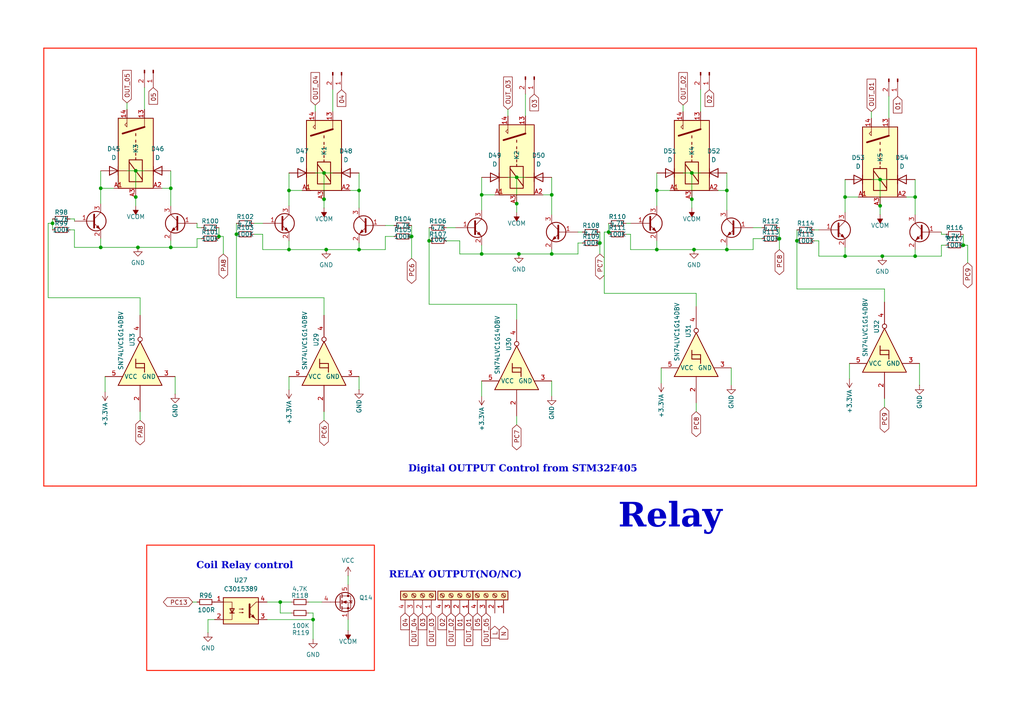
<source format=kicad_sch>
(kicad_sch (version 20231120) (generator "eeschema") (generator_version "8.0")
  (paper "A4")
  (lib_symbols
    (symbol "74xGxx:SN74LVC1G14DBV"
      (property "Reference" "U" (at 0 3.81 0))
      (property "Value" "SN74LVC1G14DBV" (at 0 -3.81 0))
      (symbol "SN74LVC1G14DBV_0_1"
        (polyline (pts (xy -7.62 6.35) (xy -7.62 -6.35) (xy 5.08 0) (xy -7.62 6.35)) (stroke (width 0.254)) (fill (type background)))
      )
      (symbol "SN74LVC1G14DBV_1_1"
        (polyline (pts (xy -3.81 -1.27) (xy -1.27 -1.27) (xy -1.27 1.27)) (stroke (width 0.254)))
        (polyline (pts (xy -2.54 -1.27) (xy -2.54 1.27) (xy 0 1.27)) (stroke (width 0.254)))
        (pin no_connect line (at -7.62 5.08 180) (length 5.08) hide (name "NC") (number "1"))
        (pin input line (at -15.24 0 0) (length 7.62) (name "~") (number "2"))
        (pin power_in line (at -5.08 -10.16 90) (length 5.08) (name "GND") (number "3"))
        (pin output inverted (at 12.7 0 180) (length 7.62) (name "~") (number "4"))
        (pin power_in line (at -5.08 10.16 270) (length 5.08) (name "VCC") (number "5"))
      )
    )
    (symbol "Connector:Conn_01x02_Pin" (pin_names (offset 1.016) hide)
      (property "Reference" "J" (at 0 2.54 0))
      (property "Value" "Conn_01x02_Pin" (at 0 -5.08 0))
      (symbol "Conn_01x02_Pin_1_1"
        (polyline (pts (xy 1.27 -2.54) (xy 0.8636 -2.54)) (stroke (width 0.1524)))
        (polyline (pts (xy 1.27 0) (xy 0.8636 0)) (stroke (width 0.1524)))
        (rectangle (start 0.8636 -2.413) (end 0 -2.667) (stroke (width 0.1524)) (fill (type outline)))
        (rectangle (start 0.8636 0.127) (end 0 -0.127) (stroke (width 0.1524)) (fill (type outline)))
        (pin passive line (at 5.08 0 180) (length 3.81) (name "Pin_1") (number "1"))
        (pin passive line (at 5.08 -2.54 180) (length 3.81) (name "Pin_2") (number "2"))
      )
    )
    (symbol "Connector:Screw_Terminal_01x04" (pin_names (offset 1.016) hide)
      (property "Reference" "J" (at 0 5.08 0))
      (property "Value" "Screw_Terminal_01x04" (at 0 -7.62 0))
      (symbol "Screw_Terminal_01x04_1_1"
        (rectangle (start -1.27 3.81) (end 1.27 -6.35) (stroke (width 0.254)) (fill (type background)))
        (circle (center 0 -5.08) (radius 0.635) (stroke (width 0.1524)))
        (circle (center 0 -2.54) (radius 0.635) (stroke (width 0.1524)))
        (polyline (pts (xy -0.5334 -4.7498) (xy 0.3302 -5.588)) (stroke (width 0.1524)))
        (polyline (pts (xy -0.5334 -2.2098) (xy 0.3302 -3.048)) (stroke (width 0.1524)))
        (polyline (pts (xy -0.5334 0.3302) (xy 0.3302 -0.508)) (stroke (width 0.1524)))
        (polyline (pts (xy -0.5334 2.8702) (xy 0.3302 2.032)) (stroke (width 0.1524)))
        (polyline (pts (xy -0.3556 -4.572) (xy 0.508 -5.4102)) (stroke (width 0.1524)))
        (polyline (pts (xy -0.3556 -2.032) (xy 0.508 -2.8702)) (stroke (width 0.1524)))
        (polyline (pts (xy -0.3556 0.508) (xy 0.508 -0.3302)) (stroke (width 0.1524)))
        (polyline (pts (xy -0.3556 3.048) (xy 0.508 2.2098)) (stroke (width 0.1524)))
        (circle (center 0 0) (radius 0.635) (stroke (width 0.1524)))
        (circle (center 0 2.54) (radius 0.635) (stroke (width 0.1524)))
        (pin passive line (at -5.08 2.54 0) (length 3.81) (name "Pin_1") (number "1"))
        (pin passive line (at -5.08 0 0) (length 3.81) (name "Pin_2") (number "2"))
        (pin passive line (at -5.08 -2.54 0) (length 3.81) (name "Pin_3") (number "3"))
        (pin passive line (at -5.08 -5.08 0) (length 3.81) (name "Pin_4") (number "4"))
      )
    )
    (symbol "Device:D" (pin_numbers hide) (pin_names (offset 1.016) hide)
      (property "Reference" "D" (at 0 2.54 0))
      (property "Value" "D" (at 0 -2.54 0))
      (symbol "D_0_1"
        (polyline (pts (xy -1.27 1.27) (xy -1.27 -1.27)) (stroke (width 0.254)))
        (polyline (pts (xy 1.27 0) (xy -1.27 0)))
        (polyline (pts (xy 1.27 1.27) (xy 1.27 -1.27) (xy -1.27 0) (xy 1.27 1.27)) (stroke (width 0.254)))
      )
      (symbol "D_1_1"
        (pin passive line (at -3.81 0 0) (length 2.54) (name "K") (number "1"))
        (pin passive line (at 3.81 0 180) (length 2.54) (name "A") (number "2"))
      )
    )
    (symbol "Device:Q_NPN_BEC" (pin_names (offset 0) hide)
      (property "Reference" "Q" (at 5.08 1.27 0))
      (property "Value" "Q_NPN_BEC" (at 5.08 -1.27 0))
      (symbol "Q_NPN_BEC_0_1"
        (polyline (pts (xy 0.635 0.635) (xy 2.54 2.54)))
        (polyline (pts (xy 0.635 -0.635) (xy 2.54 -2.54) (xy 2.54 -2.54)))
        (polyline (pts (xy 0.635 1.905) (xy 0.635 -1.905) (xy 0.635 -1.905)) (stroke (width 0.508)))
        (polyline (pts (xy 1.27 -1.778) (xy 1.778 -1.27) (xy 2.286 -2.286) (xy 1.27 -1.778) (xy 1.27 -1.778)) (fill (type outline)))
        (circle (center 1.27 0) (radius 2.8194) (stroke (width 0.254)))
      )
      (symbol "Q_NPN_BEC_1_1"
        (pin input line (at -5.08 0 0) (length 5.715) (name "B") (number "1"))
        (pin passive line (at 2.54 -5.08 90) (length 2.54) (name "E") (number "2"))
        (pin passive line (at 2.54 5.08 270) (length 2.54) (name "C") (number "3"))
      )
    )
    (symbol "Device:R_Small" (pin_numbers hide) (pin_names (offset 0.254) hide)
      (property "Reference" "R" (at 0.762 0.508 0))
      (property "Value" "R_Small" (at 0.762 -1.016 0))
      (symbol "R_Small_0_1"
        (rectangle (start -0.762 1.778) (end 0.762 -1.778) (stroke (width 0.2032)))
      )
      (symbol "R_Small_1_1"
        (pin passive line (at 0 2.54 270) (length 0.762) (name "~") (number "1"))
        (pin passive line (at 0 -2.54 90) (length 0.762) (name "~") (number "2"))
      )
    )
    (symbol "Isolator:LTV-357T" (pin_names (offset 1.016))
      (property "Reference" "U" (at -5.334 4.826 0))
      (property "Value" "LTV-357T" (at 0 5.08 0))
      (symbol "LTV-357T_0_1"
        (rectangle (start -5.08 3.81) (end 5.08 -3.81) (stroke (width 0.254)) (fill (type background)))
        (polyline (pts (xy -3.175 -0.635) (xy -1.905 -0.635)) (stroke (width 0.254)))
        (polyline (pts (xy 2.54 0.635) (xy 4.445 2.54)))
        (polyline (pts (xy 4.445 -2.54) (xy 2.54 -0.635)) (fill (type outline)))
        (polyline (pts (xy 4.445 -2.54) (xy 5.08 -2.54)))
        (polyline (pts (xy 4.445 2.54) (xy 5.08 2.54)))
        (polyline (pts (xy -5.08 2.54) (xy -2.54 2.54) (xy -2.54 -0.762)))
        (polyline (pts (xy -2.54 -0.635) (xy -2.54 -2.54) (xy -5.08 -2.54)))
        (polyline (pts (xy 2.54 1.905) (xy 2.54 -1.905) (xy 2.54 -1.905)) (stroke (width 0.508)))
        (polyline (pts (xy -2.54 -0.635) (xy -3.175 0.635) (xy -1.905 0.635) (xy -2.54 -0.635)) (stroke (width 0.254)))
        (polyline (pts (xy -0.508 -0.508) (xy 0.762 -0.508) (xy 0.381 -0.635) (xy 0.381 -0.381) (xy 0.762 -0.508)))
        (polyline (pts (xy -0.508 0.508) (xy 0.762 0.508) (xy 0.381 0.381) (xy 0.381 0.635) (xy 0.762 0.508)))
        (polyline (pts (xy 3.048 -1.651) (xy 3.556 -1.143) (xy 4.064 -2.159) (xy 3.048 -1.651) (xy 3.048 -1.651)) (fill (type outline)))
      )
      (symbol "LTV-357T_1_1"
        (pin passive line (at -7.62 2.54 0) (length 2.54) (name "~") (number "1"))
        (pin passive line (at -7.62 -2.54 0) (length 2.54) (name "~") (number "2"))
        (pin passive line (at 7.62 -2.54 180) (length 2.54) (name "~") (number "3"))
        (pin passive line (at 7.62 2.54 180) (length 2.54) (name "~") (number "4"))
      )
    )
    (symbol "Relay_SPST-NO_1"
      (property "Reference" "K3" (at 10.922 21.3361 0))
      (symbol "Relay_SPST-NO_1_0_0"
        (polyline (pts (xy 10.16 2.54) (xy 7.62 2.54) (xy 8.255 3.175) (xy 8.89 2.54)))
      )
      (symbol "Relay_SPST-NO_1_0_1"
        (rectangle (start -10.16 5.08) (end 10.16 -5.08) (stroke (width 0.254)) (fill (type background)))
        (rectangle (start -8.255 1.905) (end -1.905 -1.905) (stroke (width 0.254)))
        (polyline (pts (xy -7.62 -1.905) (xy -2.54 1.905)) (stroke (width 0.254)))
        (polyline (pts (xy -5.08 -5.08) (xy -5.08 -1.905)))
        (polyline (pts (xy -5.08 5.08) (xy -5.08 1.905)))
        (polyline (pts (xy -1.905 0) (xy -1.27 0)) (stroke (width 0.254)))
        (polyline (pts (xy -0.635 0) (xy 0 0)) (stroke (width 0.254)))
        (polyline (pts (xy 0.635 0) (xy 1.27 0)) (stroke (width 0.254)))
        (polyline (pts (xy 1.905 0) (xy 2.54 0)) (stroke (width 0.254)))
        (polyline (pts (xy 3.175 0) (xy 3.81 0)) (stroke (width 0.254)))
        (polyline (pts (xy 5.08 0) (xy 5.715 0)) (stroke (width 0.254)))
        (polyline (pts (xy 7.62 -2.54) (xy 5.715 3.81)) (stroke (width 0.508)))
        (polyline (pts (xy 7.62 -2.54) (xy 10.16 -2.54)))
      )
      (symbol "Relay_SPST-NO_1_1_1"
        (pin passive line (at 12.7 -2.54 180) (length 2.54) (name "~") (number "13"))
        (pin passive line (at 12.7 2.54 180) (length 2.54) (name "~") (number "14"))
        (pin passive line (at -10.16 6.35 270) (length 2.54) (name "~") (number "A1"))
        (pin passive line (at -10.16 -7.62 90) (length 2.54) (name "~") (number "A2"))
        (pin passive line (at -12.7 0 0) (length 2.54) (name "~") (number "A3"))
      )
    )
    (symbol "Transistor_FET:BSC026N08NS5" (pin_names hide)
      (property "Reference" "Q" (at 5.08 1.905 0))
      (property "Value" "BSC026N08NS5" (at 5.08 0 0))
      (symbol "BSC026N08NS5_0_1"
        (polyline (pts (xy 0.254 0) (xy -2.54 0)))
        (polyline (pts (xy 0.254 1.905) (xy 0.254 -1.905)) (stroke (width 0.254)))
        (polyline (pts (xy 0.762 -1.27) (xy 0.762 -2.286)) (stroke (width 0.254)))
        (polyline (pts (xy 0.762 0.508) (xy 0.762 -0.508)) (stroke (width 0.254)))
        (polyline (pts (xy 0.762 2.286) (xy 0.762 1.27)) (stroke (width 0.254)))
        (polyline (pts (xy 2.54 2.54) (xy 2.54 1.778)))
        (polyline (pts (xy 2.54 -2.54) (xy 2.54 0) (xy 0.762 0)))
        (polyline (pts (xy 0.762 -1.778) (xy 3.302 -1.778) (xy 3.302 1.778) (xy 0.762 1.778)))
        (polyline (pts (xy 1.016 0) (xy 2.032 0.381) (xy 2.032 -0.381) (xy 1.016 0)) (fill (type outline)))
        (polyline (pts (xy 2.794 0.508) (xy 2.921 0.381) (xy 3.683 0.381) (xy 3.81 0.254)))
        (polyline (pts (xy 3.302 0.381) (xy 2.921 -0.254) (xy 3.683 -0.254) (xy 3.302 0.381)))
        (circle (center 1.651 0) (radius 2.794) (stroke (width 0.254)))
        (circle (center 2.54 -1.778) (radius 0.254) (fill (type outline)))
        (circle (center 2.54 1.778) (radius 0.254) (fill (type outline)))
      )
      (symbol "BSC026N08NS5_1_1"
        (pin passive line (at 2.54 -5.08 90) (length 2.54) (name "S") (number "1"))
        (pin passive line (at 2.54 -5.08 90) (length 2.54) hide (name "S") (number "2"))
        (pin passive line (at 2.54 -5.08 90) (length 2.54) hide (name "S") (number "3"))
        (pin passive line (at -5.08 0 0) (length 2.54) (name "G") (number "4"))
        (pin passive line (at 2.54 5.08 270) (length 2.54) (name "D") (number "5"))
      )
    )
    (symbol "power:+3.3VA" (power) (pin_names (offset 0))
      (property "Value" "+3.3VA" (at 0 3.556 0))
      (symbol "+3.3VA_0_1"
        (polyline (pts (xy -0.762 1.27) (xy 0 2.54)))
        (polyline (pts (xy 0 0) (xy 0 2.54)))
        (polyline (pts (xy 0 2.54) (xy 0.762 1.27)))
      )
      (symbol "+3.3VA_1_1"
        (pin power_in line (at 0 0 90) (length 0) hide (name "+3.3VA") (number "1"))
      )
    )
    (symbol "power:GND" (power) (pin_numbers hide) (pin_names (offset 0) hide)
      (property "Value" "GND" (at 0 -3.81 0))
      (symbol "GND_0_1"
        (polyline (pts (xy 0 0) (xy 0 -1.27) (xy 1.27 -1.27) (xy 0 -2.54) (xy -1.27 -1.27) (xy 0 -1.27)))
      )
      (symbol "GND_1_1"
        (pin power_in line (at 0 0 270) (length 0) (name "~") (number "1"))
      )
    )
    (symbol "power:VCC" (power) (pin_numbers hide) (pin_names (offset 0) hide)
      (property "Value" "VCC" (at 0 3.556 0))
      (symbol "VCC_0_1"
        (polyline (pts (xy -0.762 1.27) (xy 0 2.54)))
        (polyline (pts (xy 0 0) (xy 0 2.54)))
        (polyline (pts (xy 0 2.54) (xy 0.762 1.27)))
      )
      (symbol "VCC_1_1"
        (pin power_in line (at 0 0 90) (length 0) (name "~") (number "1"))
      )
    )
    (symbol "power:VCOM" (power) (pin_numbers hide) (pin_names (offset 0) hide)
      (property "Value" "VCOM" (at 0 3.556 0))
      (symbol "VCOM_0_1"
        (polyline (pts (xy 0 0) (xy 0 2.54)))
        (polyline (pts (xy 0.762 1.27) (xy -0.762 1.27) (xy 0 2.54) (xy 0.762 1.27)) (fill (type outline)))
      )
      (symbol "VCOM_1_1"
        (pin power_in line (at 0 0 90) (length 0) (name "~") (number "1"))
      )
    )
  )
  (junction (at 68.58 67.945))
  (junction (at 40.005 71.755))
  (junction (at 255.905 74.295))
  (junction (at 255.27 52.07))
  (junction (at 49.53 54.61))
  (junction (at 255.27 59.69))
  (junction (at 265.43 74.295))
  (junction (at 190.5 72.39))
  (junction (at 210.82 55.245))
  (junction (at 176.53 67.31))
  (junction (at 201.295 72.39))
  (junction (at 39.37 49.53))
  (junction (at 149.86 59.055))
  (junction (at 231.14 69.85))
  (junction (at 29.21 71.755))
  (junction (at 265.43 57.15))
  (junction (at 83.82 55.245))
  (junction (at 226.06 69.215))
  (junction (at 15.24 64.77))
  (junction (at 200.66 50.165))
  (junction (at 139.7 56.515))
  (junction (at 160.02 56.515))
  (junction (at 39.37 57.15))
  (junction (at 104.14 55.245))
  (junction (at 245.11 74.295))
  (junction (at 210.82 72.39))
  (junction (at 81.28 174.625))
  (junction (at 200.66 57.785))
  (junction (at 279.4 71.12))
  (junction (at 150.495 73.66))
  (junction (at 190.5 55.245))
  (junction (at 83.82 72.39))
  (junction (at 149.86 51.435))
  (junction (at 93.98 50.165))
  (junction (at 104.14 72.39))
  (junction (at 29.21 54.61))
  (junction (at 63.5 68.58))
  (junction (at 119.38 68.58))
  (junction (at 49.53 71.755))
  (junction (at 160.02 73.66))
  (junction (at 173.99 70.485))
  (junction (at 93.98 57.785))
  (junction (at 245.11 57.15))
  (junction (at 90.805 179.705))
  (junction (at 139.7 73.66))
  (junction (at 124.46 69.85))
  (junction (at 94.615 72.39))
  (wire (pts (xy 168.91 70.485) (xy 167.64 70.485)))
  (wire (pts (xy 29.21 54.61) (xy 29.21 59.055)))
  (wire (pts (xy 150.495 73.66) (xy 160.02 73.66)))
  (wire (pts (xy 279.4 67.945) (xy 279.4 71.12)))
  (wire (pts (xy 231.14 69.85) (xy 231.14 83.82)))
  (wire (pts (xy 29.21 49.53) (xy 29.21 54.61)))
  (wire (pts (xy 231.14 66.675) (xy 231.14 69.85)))
  (wire (pts (xy 77.47 179.705) (xy 90.805 179.705)))
  (wire (pts (xy 83.82 109.22) (xy 83.82 113.03)))
  (wire (pts (xy 218.44 69.215) (xy 218.44 72.39)))
  (wire (pts (xy 40.005 71.755) (xy 49.53 71.755)))
  (wire (pts (xy 200.66 50.165) (xy 200.66 57.785)))
  (wire (pts (xy 93.98 57.785) (xy 93.98 60.325)))
  (wire (pts (xy 190.5 69.85) (xy 190.5 72.39)))
  (wire (pts (xy 57.15 66.04) (xy 57.15 64.77)))
  (wire (pts (xy 100.965 167.005) (xy 100.965 169.545)))
  (wire (pts (xy 175.26 67.31) (xy 176.53 67.31)))
  (wire (pts (xy 226.06 69.215) (xy 226.06 72.39)))
  (wire (pts (xy 40.64 86.36) (xy 13.97 86.36)))
  (wire (pts (xy 256.54 83.82) (xy 256.54 87.63)))
  (wire (pts (xy 13.97 64.77) (xy 13.97 86.36)))
  (wire (pts (xy 231.14 83.82) (xy 256.54 83.82)))
  (wire (pts (xy 245.11 71.755) (xy 245.11 74.295)))
  (wire (pts (xy 182.88 67.945) (xy 182.88 72.39)))
  (polyline (pts (xy 283.21 140.97) (xy 283.21 13.97)) (stroke (width 0.3) (type solid) (color 255 34 15 1)))
  (wire (pts (xy 190.5 72.39) (xy 201.295 72.39)))
  (wire (pts (xy 29.21 54.61) (xy 33.02 54.61)))
  (wire (pts (xy 255.27 52.07) (xy 255.27 59.69)))
  (wire (pts (xy 203.2 26.035) (xy 203.2 32.385)))
  (wire (pts (xy 21.59 66.675) (xy 21.59 71.755)))
  (wire (pts (xy 83.82 55.245) (xy 83.82 59.69)))
  (wire (pts (xy 89.535 174.625) (xy 93.345 174.625)))
  (wire (pts (xy 200.66 50.165) (xy 203.2 50.165)))
  (wire (pts (xy 93.98 121.92) (xy 93.98 119.38)))
  (wire (pts (xy 198.12 50.165) (xy 200.66 50.165)))
  (wire (pts (xy 175.26 85.09) (xy 175.26 67.31)))
  (wire (pts (xy 173.99 70.485) (xy 173.99 73.66)))
  (wire (pts (xy 76.2 72.39) (xy 83.82 72.39)))
  (wire (pts (xy 210.82 72.39) (xy 210.82 71.12)))
  (wire (pts (xy 273.05 67.945) (xy 273.05 67.31)))
  (wire (pts (xy 57.15 66.04) (xy 58.42 66.04)))
  (wire (pts (xy 157.48 56.515) (xy 160.02 56.515)))
  (wire (pts (xy 39.37 49.53) (xy 41.91 49.53)))
  (wire (pts (xy 83.82 72.39) (xy 94.615 72.39)))
  (wire (pts (xy 83.82 69.85) (xy 83.82 72.39)))
  (wire (pts (xy 149.86 51.435) (xy 152.4 51.435)))
  (wire (pts (xy 20.32 63.5) (xy 21.59 63.5)))
  (wire (pts (xy 64.77 68.58) (xy 63.5 68.58)))
  (wire (pts (xy 49.53 49.53) (xy 49.53 54.61)))
  (wire (pts (xy 265.43 57.15) (xy 265.43 62.23)))
  (wire (pts (xy 173.99 67.31) (xy 173.99 70.485)))
  (wire (pts (xy 111.76 72.39) (xy 104.14 72.39)))
  (wire (pts (xy 245.11 74.295) (xy 255.905 74.295)))
  (wire (pts (xy 41.91 25.4) (xy 41.91 31.75)))
  (wire (pts (xy 58.42 69.215) (xy 57.15 69.215)))
  (wire (pts (xy 139.7 73.66) (xy 150.495 73.66)))
  (wire (pts (xy 280.67 71.12) (xy 279.4 71.12)))
  (wire (pts (xy 139.7 110.49) (xy 139.7 114.935)))
  (wire (pts (xy 13.97 64.77) (xy 15.24 64.77)))
  (wire (pts (xy 91.44 30.48) (xy 91.44 32.385)))
  (wire (pts (xy 30.48 109.22) (xy 30.48 113.665)))
  (wire (pts (xy 280.67 76.2) (xy 280.67 71.12)))
  (wire (pts (xy 68.58 67.945) (xy 68.58 86.36)))
  (wire (pts (xy 91.44 50.165) (xy 93.98 50.165)))
  (wire (pts (xy 111.76 68.58) (xy 111.76 72.39)))
  (wire (pts (xy 226.06 66.04) (xy 226.06 69.215)))
  (wire (pts (xy 36.83 49.53) (xy 39.37 49.53)))
  (wire (pts (xy 200.66 57.785) (xy 200.66 60.325)))
  (wire (pts (xy 90.805 179.705) (xy 90.805 185.42)))
  (wire (pts (xy 256.54 115.57) (xy 256.54 118.11)))
  (wire (pts (xy 133.35 69.85) (xy 129.54 69.85)))
  (wire (pts (xy 36.83 29.845) (xy 36.83 31.75)))
  (wire (pts (xy 93.98 91.44) (xy 93.98 86.36)))
  (polyline (pts (xy 12.7 13.97) (xy 283.21 13.97)) (stroke (width 0.3) (type solid) (color 255 34 15 1)))
  (wire (pts (xy 255.27 59.69) (xy 255.27 62.23)))
  (wire (pts (xy 181.61 67.945) (xy 182.88 67.945)))
  (wire (pts (xy 190.5 55.245) (xy 194.31 55.245)))
  (wire (pts (xy 104.14 55.245) (xy 104.14 60.325)))
  (wire (pts (xy 73.66 67.945) (xy 76.2 67.945)))
  (wire (pts (xy 160.02 110.49) (xy 160.02 114.935)))
  (wire (pts (xy 81.28 174.625) (xy 81.28 177.8)))
  (wire (pts (xy 273.05 71.12) (xy 273.05 74.295)))
  (wire (pts (xy 15.24 64.77) (xy 15.24 66.675)))
  (wire (pts (xy 50.8 109.22) (xy 50.8 114.3)))
  (wire (pts (xy 201.93 116.84) (xy 201.93 119.38)))
  (wire (pts (xy 139.7 56.515) (xy 143.51 56.515)))
  (wire (pts (xy 93.98 86.36) (xy 68.58 86.36)))
  (wire (pts (xy 218.44 66.04) (xy 220.98 66.04)))
  (wire (pts (xy 93.98 50.165) (xy 96.52 50.165)))
  (wire (pts (xy 176.53 64.77) (xy 176.53 67.31)))
  (wire (pts (xy 64.77 73.66) (xy 64.77 68.58)))
  (wire (pts (xy 149.86 59.055) (xy 149.86 61.595)))
  (wire (pts (xy 167.64 73.66) (xy 160.02 73.66)))
  (wire (pts (xy 149.86 120.65) (xy 149.86 123.19)))
  (wire (pts (xy 201.93 85.09) (xy 175.26 85.09)))
  (wire (pts (xy 252.73 52.07) (xy 255.27 52.07)))
  (wire (pts (xy 124.46 66.04) (xy 124.46 69.85)))
  (wire (pts (xy 245.11 57.15) (xy 245.11 61.595)))
  (wire (pts (xy 29.21 71.755) (xy 40.005 71.755)))
  (wire (pts (xy 210.82 55.245) (xy 210.82 60.96)))
  (wire (pts (xy 237.49 69.85) (xy 237.49 74.295)))
  (wire (pts (xy 149.86 92.71) (xy 149.86 88.265)))
  (wire (pts (xy 40.64 119.38) (xy 40.64 121.92)))
  (wire (pts (xy 139.7 51.435) (xy 139.7 56.515)))
  (wire (pts (xy 246.38 105.41) (xy 246.38 109.855)))
  (wire (pts (xy 57.15 69.215) (xy 57.15 71.755)))
  (wire (pts (xy 94.615 72.39) (xy 104.14 72.39)))
  (wire (pts (xy 257.81 27.94) (xy 257.81 34.29)))
  (wire (pts (xy 73.66 64.77) (xy 76.2 64.77)))
  (wire (pts (xy 190.5 55.245) (xy 190.5 59.69)))
  (wire (pts (xy 252.73 32.385) (xy 252.73 34.29)))
  (wire (pts (xy 15.24 63.5) (xy 15.24 64.77)))
  (wire (pts (xy 111.76 65.405) (xy 114.3 65.405)))
  (wire (pts (xy 76.2 67.945) (xy 76.2 72.39)))
  (wire (pts (xy 201.93 88.9) (xy 201.93 85.09)))
  (wire (pts (xy 39.37 57.15) (xy 39.37 59.69)))
  (wire (pts (xy 63.5 66.04) (xy 63.5 68.58)))
  (wire (pts (xy 60.325 179.705) (xy 60.325 183.515)))
  (wire (pts (xy 93.98 50.165) (xy 93.98 57.785)))
  (wire (pts (xy 273.05 74.295) (xy 265.43 74.295)))
  (wire (pts (xy 245.11 52.07) (xy 245.11 57.15)))
  (wire (pts (xy 149.86 88.265) (xy 124.46 88.265)))
  (wire (pts (xy 96.52 26.035) (xy 96.52 32.385)))
  (wire (pts (xy 160.02 51.435) (xy 160.02 56.515)))
  (wire (pts (xy 265.43 52.07) (xy 265.43 57.15)))
  (wire (pts (xy 266.7 105.41) (xy 266.7 111.76)))
  (wire (pts (xy 83.82 50.165) (xy 83.82 55.245)))
  (wire (pts (xy 182.88 72.39) (xy 190.5 72.39)))
  (wire (pts (xy 176.53 67.31) (xy 176.53 67.945)))
  (wire (pts (xy 255.27 52.07) (xy 257.81 52.07)))
  (wire (pts (xy 49.53 54.61) (xy 49.53 59.69)))
  (wire (pts (xy 208.28 55.245) (xy 210.82 55.245)))
  (wire (pts (xy 39.37 49.53) (xy 39.37 57.15)))
  (wire (pts (xy 265.43 74.295) (xy 265.43 72.39)))
  (wire (pts (xy 190.5 50.165) (xy 190.5 55.245)))
  (wire (pts (xy 57.15 71.755) (xy 49.53 71.755)))
  (polyline (pts (xy 69.85 140.97) (xy 15.24 140.97)) (stroke (width 0.3) (type solid) (color 255 34 15 1)))
  (wire (pts (xy 100.965 179.705) (xy 100.965 182.88)))
  (wire (pts (xy 167.64 70.485) (xy 167.64 73.66)))
  (polyline (pts (xy 12.7 13.97) (xy 12.7 140.97)) (stroke (width 0.3) (type solid) (color 255 34 15 1)))
  (wire (pts (xy 40.64 91.44) (xy 40.64 86.36)))
  (wire (pts (xy 133.35 73.66) (xy 139.7 73.66)))
  (wire (pts (xy 201.295 72.39) (xy 210.82 72.39)))
  (wire (pts (xy 147.32 31.75) (xy 147.32 33.655)))
  (wire (pts (xy 129.54 66.04) (xy 132.08 66.04)))
  (wire (pts (xy 273.05 67.945) (xy 274.32 67.945)))
  (wire (pts (xy 55.88 174.625) (xy 57.15 174.625)))
  (wire (pts (xy 114.3 68.58) (xy 111.76 68.58)))
  (wire (pts (xy 104.14 50.165) (xy 104.14 55.245)))
  (wire (pts (xy 237.49 74.295) (xy 245.11 74.295)))
  (wire (pts (xy 147.32 51.435) (xy 149.86 51.435)))
  (polyline (pts (xy 12.7 140.97) (xy 15.24 140.97)) (stroke (width 0.3) (type solid) (color 255 34 15 1)))
  (wire (pts (xy 262.89 57.15) (xy 265.43 57.15)))
  (wire (pts (xy 220.98 69.215) (xy 218.44 69.215)))
  (wire (pts (xy 218.44 72.39) (xy 210.82 72.39)))
  (wire (pts (xy 133.35 69.85) (xy 133.35 73.66)))
  (wire (pts (xy 63.5 68.58) (xy 63.5 69.215)))
  (wire (pts (xy 62.23 179.705) (xy 60.325 179.705)))
  (wire (pts (xy 46.99 54.61) (xy 49.53 54.61)))
  (wire (pts (xy 255.905 74.295) (xy 265.43 74.295)))
  (wire (pts (xy 212.09 106.68) (xy 212.09 111.76)))
  (wire (pts (xy 49.53 71.755) (xy 49.53 69.85)))
  (wire (pts (xy 236.22 66.675) (xy 237.49 66.675)))
  (wire (pts (xy 236.22 69.85) (xy 237.49 69.85)))
  (wire (pts (xy 191.77 106.68) (xy 191.77 111.125)))
  (wire (pts (xy 101.6 55.245) (xy 104.14 55.245)))
  (wire (pts (xy 160.02 56.515) (xy 160.02 62.23)))
  (wire (pts (xy 89.535 177.8) (xy 90.805 177.8)))
  (wire (pts (xy 83.82 55.245) (xy 87.63 55.245)))
  (wire (pts (xy 139.7 71.12) (xy 139.7 73.66)))
  (wire (pts (xy 119.38 68.58) (xy 119.38 74.93)))
  (wire (pts (xy 274.32 71.12) (xy 273.05 71.12)))
  (wire (pts (xy 77.47 174.625) (xy 81.28 174.625)))
  (wire (pts (xy 29.21 69.215) (xy 29.21 71.755)))
  (wire (pts (xy 104.14 72.39) (xy 104.14 70.485)))
  (wire (pts (xy 167.64 67.31) (xy 168.91 67.31)))
  (wire (pts (xy 149.86 51.435) (xy 149.86 59.055)))
  (wire (pts (xy 21.59 71.755) (xy 29.21 71.755)))
  (wire (pts (xy 84.455 174.625) (xy 81.28 174.625)))
  (wire (pts (xy 210.82 50.165) (xy 210.82 55.245)))
  (wire (pts (xy 68.58 64.77) (xy 68.58 67.945)))
  (wire (pts (xy 152.4 27.305) (xy 152.4 33.655)))
  (wire (pts (xy 245.11 57.15) (xy 248.92 57.15)))
  (wire (pts (xy 198.12 30.48) (xy 198.12 32.385)))
  (wire (pts (xy 119.38 65.405) (xy 119.38 68.58)))
  (wire (pts (xy 21.59 63.5) (xy 21.59 64.135)))
  (wire (pts (xy 124.46 69.85) (xy 124.46 88.265)))
  (wire (pts (xy 84.455 177.8) (xy 81.28 177.8)))
  (wire (pts (xy 20.32 66.675) (xy 21.59 66.675)))
  (wire (pts (xy 181.61 64.77) (xy 182.88 64.77)))
  (wire (pts (xy 90.805 177.8) (xy 90.805 179.705)))
  (wire (pts (xy 160.02 73.66) (xy 160.02 72.39)))
  (wire (pts (xy 139.7 56.515) (xy 139.7 60.96)))
  (polyline (pts (xy 69.85 140.97) (xy 283.21 140.97)) (stroke (width 0.3) (type solid) (color 255 34 15 1)))
  (wire (pts (xy 104.14 109.22) (xy 104.14 113.03)))
  (rectangle (start 42.545 158.115) (end 108.585 194.4624) (stroke (width 0.3) (color 255 34 15 1)))
  (text "Relay" (at 179.324 155.956 0) (effects (font (size 7 7) (thickness 0.3) (bold yes)) (justify left bottom)))
  (text "RELAY OUTPUT(NO/NC)" (at 132.08 167.386 0) (effects (font (size 2 2) (thickness 0.254) (bold yes))))
  (text "Digital OUTPUT Control from STM32F405" (at 151.638 136.652 0) (effects (font (size 2 2) (thickness 0.254) (bold yes))))
  (text "Coil Relay control" (at 70.993 164.719 0) (effects (font (size 2 2) (thickness 0.254) (bold yes))))
  (global_label "OUT_04" (shape input) (at 91.44 30.48 90) (property "Intersheetrefs" "${INTERSHEET_REFS}" (effects (hide yes))))
  (global_label "OUT_05" (shape input) (at 140.97 177.8 270) (property "Intersheetrefs" "${INTERSHEET_REFS}" (effects (hide yes))))
  (global_label "PC6" (shape bidirectional) (at 119.38 74.93 270) (property "Intersheetrefs" "${INTERSHEET_REFS}" (effects (hide yes))))
  (global_label "PC6" (shape bidirectional) (at 93.98 121.92 270) (property "Intersheetrefs" "${INTERSHEET_REFS}" (effects (hide yes))))
  (global_label "L" (shape input) (at 143.51 181.61 270) (property "Intersheetrefs" "${INTERSHEET_REFS}" (effects (hide yes))))
  (global_label "01" (shape input) (at 133.35 177.8 270) (property "Intersheetrefs" "${INTERSHEET_REFS}" (effects (hide yes))))
  (global_label "OUT_02" (shape input) (at 130.81 177.8 270) (property "Intersheetrefs" "${INTERSHEET_REFS}" (effects (hide yes))))
  (global_label "05" (shape input) (at 44.45 25.4 270) (property "Intersheetrefs" "${INTERSHEET_REFS}" (effects (hide yes))))
  (global_label "03" (shape input) (at 122.555 177.8 270) (property "Intersheetrefs" "${INTERSHEET_REFS}" (effects (hide yes))))
  (global_label "03" (shape input) (at 154.94 27.305 270) (property "Intersheetrefs" "${INTERSHEET_REFS}" (effects (hide yes))))
  (global_label "N" (shape input) (at 146.05 181.61 270) (property "Intersheetrefs" "${INTERSHEET_REFS}" (effects (hide yes))))
  (global_label "PC8" (shape bidirectional) (at 226.06 72.39 270) (property "Intersheetrefs" "${INTERSHEET_REFS}" (effects (hide yes))))
  (global_label "PC8" (shape bidirectional) (at 201.93 119.38 270) (property "Intersheetrefs" "${INTERSHEET_REFS}" (effects (hide yes))))
  (global_label "01" (shape input) (at 260.35 27.94 270) (property "Intersheetrefs" "${INTERSHEET_REFS}" (effects (hide yes))))
  (global_label "OUT_02" (shape input) (at 198.12 30.48 90) (property "Intersheetrefs" "${INTERSHEET_REFS}" (effects (hide yes))))
  (global_label "OUT_04" (shape input) (at 120.015 177.8 270) (property "Intersheetrefs" "${INTERSHEET_REFS}" (effects (hide yes))))
  (global_label "OUT_03" (shape input) (at 147.32 31.75 90) (property "Intersheetrefs" "${INTERSHEET_REFS}" (effects (hide yes))))
  (global_label "04" (shape input) (at 117.475 177.8 270) (property "Intersheetrefs" "${INTERSHEET_REFS}" (effects (hide yes))))
  (global_label "OUT_01" (shape input) (at 252.73 32.385 90) (property "Intersheetrefs" "${INTERSHEET_REFS}" (effects (hide yes))))
  (global_label "PA8" (shape bidirectional) (at 64.77 73.66 270) (property "Intersheetrefs" "${INTERSHEET_REFS}" (effects (hide yes))))
  (global_label "PC9" (shape bidirectional) (at 280.67 76.2 270) (property "Intersheetrefs" "${INTERSHEET_REFS}" (effects (hide yes))))
  (global_label "02" (shape input) (at 128.27 177.8 270) (property "Intersheetrefs" "${INTERSHEET_REFS}" (effects (hide yes))))
  (global_label "OUT_05" (shape input) (at 36.83 29.845 90) (property "Intersheetrefs" "${INTERSHEET_REFS}" (effects (hide yes))))
  (global_label "PC13" (shape bidirectional) (at 55.88 174.625 180) (property "Intersheetrefs" "${INTERSHEET_REFS}" (effects (hide yes))))
  (global_label "PC7" (shape bidirectional) (at 149.86 123.19 270) (property "Intersheetrefs" "${INTERSHEET_REFS}" (effects (hide yes))))
  (global_label "OUT_03" (shape input) (at 125.095 177.8 270) (property "Intersheetrefs" "${INTERSHEET_REFS}" (effects (hide yes))))
  (global_label "PA8" (shape bidirectional) (at 40.64 121.92 270) (property "Intersheetrefs" "${INTERSHEET_REFS}" (effects (hide yes))))
  (global_label "PC9" (shape bidirectional) (at 256.54 118.11 270) (property "Intersheetrefs" "${INTERSHEET_REFS}" (effects (hide yes))))
  (global_label "04" (shape input) (at 99.06 26.035 270) (property "Intersheetrefs" "${INTERSHEET_REFS}" (effects (hide yes))))
  (global_label "05" (shape input) (at 138.43 177.8 270) (property "Intersheetrefs" "${INTERSHEET_REFS}" (effects (hide yes))))
  (global_label "PC7" (shape bidirectional) (at 173.99 73.66 270) (property "Intersheetrefs" "${INTERSHEET_REFS}" (effects (hide yes))))
  (global_label "02" (shape input) (at 205.74 26.035 270) (property "Intersheetrefs" "${INTERSHEET_REFS}" (effects (hide yes))))
  (global_label "OUT_01" (shape input) (at 135.89 177.8 270) (property "Intersheetrefs" "${INTERSHEET_REFS}" (effects (hide yes))))
  (symbol (lib_id "Connector:Conn_01x02_Pin") (at 99.06 20.955 270) (unit 1)
    (property "Reference" "J9" (effects (hide yes)))
    (property "Value" "Conn_01x02_Pin" (effects (hide yes)))
    (property "Footprint" "ZHT103:ZHT103" (effects (hide yes)))
    (property "Description" "Generic connector, single row, 01x02, script generated" (effects (hide yes)))
  )
  (symbol (lib_id "Device:R_Small") (at 86.995 177.8 90) (unit 1)
    (property "Reference" "R119" (at 87.249 183.515 90))
    (property "Value" "100K" (at 87.249 181.483 90))
    (property "Footprint" "Resistor_SMD:R_0603_1608Metric" (effects (hide yes)))
    (property "Description" "Resistor, small symbol" (effects (hide yes)))
  )
  (symbol (lib_id "power:+3.3VA") (at 83.82 113.03 180) (unit 1)
    (property "Reference" "#PWR0159" (effects (hide yes)))
    (property "Value" "+3.3VA" (at 83.82 119.634 90))
  )
  (symbol (lib_id "power:GND") (at 150.495 73.66 0) (unit 1)
    (property "Reference" "#PWR0135" (effects (hide yes)))
    (property "Value" "GND" (at 150.495 78.105 0))
    (property "Description" "Power symbol creates a global label with name \"GND\" , ground" (effects (hide yes)))
  )
  (symbol (lib_name "Relay_SPST-NO_1") (lib_id "Relay:Relay_SPST-NO") (at 39.37 44.45 90) (unit 1)
    (property "Reference" "K3" (at 39.37 44.45 0) (effects (justify left)))
    (property "Value" "Relay_SPST-NO" (effects (hide yes)))
    (property "Footprint" "K88A:K88A" (effects (hide yes)))
    (property "Description" "Relay SPST, Normally Open, EN50005" (effects (hide yes)))
  )
  (symbol (lib_id "Device:D") (at 87.63 50.165 180) (unit 1)
    (property "Reference" "D47" (at 87.63 43.815 0))
    (property "Value" "D" (at 87.63 46.355 0))
    (property "Footprint" "Diode_SMD:D_SMF" (effects (hide yes)))
    (property "Description" "Diode" (effects (hide yes)))
    (property "Sim.Device" "D" (effects (hide yes)))
    (property "Sim.Pins" "1=K 2=A" (effects (hide yes)))
  )
  (symbol (lib_id "74xGxx:SN74LVC1G14DBV") (at 40.64 104.14 90) (unit 1)
    (property "Reference" "U33" (at 38.354 98.552 0))
    (property "Value" "SN74LVC1G14DBV" (at 35.052 98.806 0))
    (property "Footprint" "Package_TO_SOT_SMD:SOT-23-5" (effects (hide yes)))
    (property "Datasheet" "https://www.ti.com/lit/ds/symlink/sn74lvc1g14.pdf" (effects (hide yes)))
    (property "Description" "Single Schmitt NOT Gate, Low-Voltage CMOS, SOT-23" (effects (hide yes)))
  )
  (symbol (lib_id "power:+3.3VA") (at 30.48 113.665 180) (unit 1)
    (property "Reference" "#PWR0166" (effects (hide yes)))
    (property "Value" "+3.3VA" (at 30.48 120.269 90))
  )
  (symbol (lib_name "Relay_SPST-NO_1") (lib_id "Relay:Relay_SPST-NO") (at 93.98 45.085 90) (unit 1)
    (property "Reference" "K1" (at 93.98 45.085 0) (effects (justify left)))
    (property "Value" "Relay_SPST-NO" (effects (hide yes)))
    (property "Footprint" "K88A:K88A" (effects (hide yes)))
    (property "Description" "Relay SPST, Normally Open, EN50005" (effects (hide yes)))
  )
  (symbol (lib_id "Device:D") (at 33.02 49.53 180) (unit 1)
    (property "Reference" "D45" (at 33.02 43.18 0))
    (property "Value" "D" (at 33.02 45.72 0))
    (property "Footprint" "Diode_SMD:D_SMF" (effects (hide yes)))
    (property "Description" "Diode" (effects (hide yes)))
    (property "Sim.Device" "D" (effects (hide yes)))
    (property "Sim.Pins" "1=K 2=A" (effects (hide yes)))
  )
  (symbol (lib_id "Device:D") (at 248.92 52.07 180) (unit 1)
    (property "Reference" "D53" (at 248.92 45.72 0))
    (property "Value" "D" (at 248.92 48.26 0))
    (property "Footprint" "Diode_SMD:D_SMF" (effects (hide yes)))
    (property "Description" "Diode" (effects (hide yes)))
    (property "Sim.Device" "D" (effects (hide yes)))
    (property "Sim.Pins" "1=K 2=A" (effects (hide yes)))
  )
  (symbol (lib_id "Device:R_Small") (at 116.84 65.405 90) (unit 1)
    (property "Reference" "R104" (at 116.84 63.5 90))
    (property "Value" "4.7K" (at 116.84 65.405 90))
    (property "Footprint" "Resistor_SMD:R_0603_1608Metric" (effects (hide yes)))
    (property "Description" "Resistor, small symbol" (effects (hide yes)))
  )
  (symbol (lib_id "power:GND") (at 266.7 111.76 0) (unit 1)
    (property "Reference" "#PWR0165" (effects (hide yes)))
    (property "Value" "GND" (at 266.7 116.586 90))
    (property "Description" "Power symbol creates a global label with name \"GND\" , ground" (effects (hide yes)))
  )
  (symbol (lib_id "Connector:Screw_Terminal_01x04") (at 122.555 172.72 270) (mirror x) (unit 1)
    (property "Reference" "J11" (effects (hide yes)))
    (property "Value" "Screw_Terminal_01x04" (effects (hide yes)))
    (property "Footprint" "DBT50G-9.5-4P:DBT50G-9.5-4P" (effects (hide yes)))
    (property "JLCPCB Part #" " C395960" (effects (hide yes)))
  )
  (symbol (lib_name "Relay_SPST-NO_1") (lib_id "Relay:Relay_SPST-NO") (at 255.27 46.99 90) (unit 1)
    (property "Reference" "K5" (at 255.27 46.99 0) (effects (justify left)))
    (property "Value" "Relay_SPST-NO" (effects (hide yes)))
    (property "Footprint" "K88A:K88A" (effects (hide yes)))
    (property "Description" "Relay SPST, Normally Open, EN50005" (effects (hide yes)))
  )
  (symbol (lib_id "74xGxx:SN74LVC1G14DBV") (at 93.98 104.14 90) (unit 1)
    (property "Reference" "U29" (at 91.694 98.552 0))
    (property "Value" "SN74LVC1G14DBV" (at 88.392 98.806 0))
    (property "Footprint" "Package_TO_SOT_SMD:SOT-23-5" (effects (hide yes)))
    (property "Datasheet" "https://www.ti.com/lit/ds/symlink/sn74lvc1g14.pdf" (effects (hide yes)))
    (property "Description" "Single Schmitt NOT Gate, Low-Voltage CMOS, SOT-23" (effects (hide yes)))
  )
  (symbol (lib_id "Connector:Screw_Terminal_01x04") (at 133.35 172.72 270) (mirror x) (unit 1)
    (property "Reference" "J5" (effects (hide yes)))
    (property "Value" "Screw_Terminal_01x04" (effects (hide yes)))
    (property "Footprint" "DBT50G-9.5-4P:DBT50G-9.5-4P" (effects (hide yes)))
    (property "JLCPCB Part #" " C395960" (effects (hide yes)))
  )
  (symbol (lib_id "Device:D") (at 143.51 51.435 180) (unit 1)
    (property "Reference" "D49" (at 143.51 45.085 0))
    (property "Value" "D" (at 143.51 47.625 0))
    (property "Footprint" "Diode_SMD:D_SMF" (effects (hide yes)))
    (property "Description" "Diode" (effects (hide yes)))
    (property "Sim.Device" "D" (effects (hide yes)))
    (property "Sim.Pins" "1=K 2=A" (effects (hide yes)))
  )
  (symbol (lib_id "Device:D") (at 156.21 51.435 0) (unit 1)
    (property "Reference" "D50" (at 156.21 45.085 0))
    (property "Value" "D" (at 156.21 47.625 0))
    (property "Footprint" "Diode_SMD:D_SMF" (effects (hide yes)))
    (property "Description" "Diode" (effects (hide yes)))
    (property "Sim.Device" "D" (effects (hide yes)))
    (property "Sim.Pins" "1=K 2=A" (effects (hide yes)))
  )
  (symbol (lib_id "74xGxx:SN74LVC1G14DBV") (at 149.86 105.41 90) (unit 1)
    (property "Reference" "U30" (at 147.574 99.822 0))
    (property "Value" "SN74LVC1G14DBV" (at 144.272 100.076 0))
    (property "Footprint" "Package_TO_SOT_SMD:SOT-23-5" (effects (hide yes)))
    (property "Datasheet" "https://www.ti.com/lit/ds/symlink/sn74lvc1g14.pdf" (effects (hide yes)))
    (property "Description" "Single Schmitt NOT Gate, Low-Voltage CMOS, SOT-23" (effects (hide yes)))
  )
  (symbol (lib_id "Device:D") (at 194.31 50.165 180) (unit 1)
    (property "Reference" "D51" (at 194.31 43.815 0))
    (property "Value" "D" (at 194.31 46.355 0))
    (property "Footprint" "Diode_SMD:D_SMF" (effects (hide yes)))
    (property "Description" "Diode" (effects (hide yes)))
    (property "Sim.Device" "D" (effects (hide yes)))
    (property "Sim.Pins" "1=K 2=A" (effects (hide yes)))
  )
  (symbol (lib_id "Device:R_Small") (at 233.68 69.85 90) (unit 1)
    (property "Reference" "R115" (at 233.68 67.945 90))
    (property "Value" "100K" (at 233.68 69.85 90))
    (property "Footprint" "Resistor_SMD:R_0603_1608Metric" (effects (hide yes)))
    (property "Description" "Resistor, small symbol" (effects (hide yes)))
  )
  (symbol (lib_id "power:GND") (at 104.14 113.03 0) (unit 1)
    (property "Reference" "#PWR0158" (effects (hide yes)))
    (property "Value" "GND" (at 104.14 117.856 90))
    (property "Description" "Power symbol creates a global label with name \"GND\" , ground" (effects (hide yes)))
  )
  (symbol (lib_id "Device:R_Small") (at 223.52 66.04 90) (unit 1)
    (property "Reference" "R112" (at 223.52 64.135 90))
    (property "Value" "4.7K" (at 223.52 66.04 90))
    (property "Footprint" "Resistor_SMD:R_0603_1608Metric" (effects (hide yes)))
    (property "Description" "Resistor, small symbol" (effects (hide yes)))
  )
  (symbol (lib_id "Connector:Screw_Terminal_01x04") (at 143.51 172.72 270) (mirror x) (unit 1)
    (property "Reference" "J6" (effects (hide yes)))
    (property "Value" "Screw_Terminal_01x04" (effects (hide yes)))
    (property "Footprint" "DBT50G-9.5-4P:DBT50G-9.5-4P" (effects (hide yes)))
    (property "JLCPCB Part #" " C395960" (effects (hide yes)))
  )
  (symbol (lib_id "Device:R_Small") (at 71.12 64.77 90) (unit 1)
    (property "Reference" "R102" (at 71.12 62.865 90))
    (property "Value" "4.7K" (at 71.12 64.77 90))
    (property "Footprint" "Resistor_SMD:R_0603_1608Metric" (effects (hide yes)))
    (property "Description" "Resistor, small symbol" (effects (hide yes)))
  )
  (symbol (lib_id "power:VCOM") (at 200.66 60.325 180) (unit 1)
    (property "Reference" "#PWR0136" (effects (hide yes)))
    (property "Value" "VCOM" (at 200.66 63.5 0))
    (property "Description" "Power symbol creates a global label with name \"VCOM\"" (effects (hide yes)))
  )
  (symbol (lib_id "Connector:Conn_01x02_Pin") (at 205.74 20.955 270) (unit 1)
    (property "Reference" "J30" (effects (hide yes)))
    (property "Value" "Conn_01x02_Pin" (effects (hide yes)))
    (property "Footprint" "ZHT103:ZHT103" (effects (hide yes)))
    (property "Description" "Generic connector, single row, 01x02, script generated" (effects (hide yes)))
  )
  (symbol (lib_id "Device:Q_NPN_BEC") (at 26.67 64.135 0) (unit 1)
    (property "Reference" "Q4" (effects (hide yes)))
    (property "Value" "Q_NPN_BEC" (effects (hide yes)))
    (property "Footprint" "Package_TO_SOT_SMD:SOT-23" (effects (hide yes)))
    (property "Description" "NPN transistor, base/emitter/collector" (effects (hide yes)))
  )
  (symbol (lib_id "Device:R_Small") (at 276.86 71.12 90) (unit 1)
    (property "Reference" "R117" (at 276.86 69.215 90))
    (property "Value" "100K" (at 276.86 71.12 90))
    (property "Footprint" "Resistor_SMD:R_0603_1608Metric" (effects (hide yes)))
    (property "Description" "Resistor, small symbol" (effects (hide yes)))
  )
  (symbol (lib_id "power:+3.3VA") (at 191.77 111.125 180) (unit 1)
    (property "Reference" "#PWR0162" (effects (hide yes)))
    (property "Value" "+3.3VA" (at 191.77 117.729 90))
  )
  (symbol (lib_id "Device:Q_NPN_BEC") (at 267.97 67.31 0) (mirror y) (unit 1)
    (property "Reference" "Q13" (effects (hide yes)))
    (property "Value" "Q_NPN_BEC" (effects (hide yes)))
    (property "Footprint" "Package_TO_SOT_SMD:SOT-23" (effects (hide yes)))
    (property "Description" "NPN transistor, base/emitter/collector" (effects (hide yes)))
  )
  (symbol (lib_id "Device:R_Small") (at 127 66.04 90) (unit 1)
    (property "Reference" "R106" (at 127 64.135 90))
    (property "Value" "4.7K" (at 127 66.04 90))
    (property "Footprint" "Resistor_SMD:R_0603_1608Metric" (effects (hide yes)))
    (property "Description" "Resistor, small symbol" (effects (hide yes)))
  )
  (symbol (lib_id "Device:Q_NPN_BEC") (at 213.36 66.04 0) (mirror y) (unit 1)
    (property "Reference" "Q11" (effects (hide yes)))
    (property "Value" "Q_NPN_BEC" (effects (hide yes)))
    (property "Footprint" "Package_TO_SOT_SMD:SOT-23" (effects (hide yes)))
    (property "Description" "NPN transistor, base/emitter/collector" (effects (hide yes)))
  )
  (symbol (lib_id "power:GND") (at 212.09 111.76 0) (unit 1)
    (property "Reference" "#PWR0163" (effects (hide yes)))
    (property "Value" "GND" (at 212.09 116.586 90))
    (property "Description" "Power symbol creates a global label with name \"GND\" , ground" (effects (hide yes)))
  )
  (symbol (lib_id "Device:Q_NPN_BEC") (at 52.07 64.77 0) (mirror y) (unit 1)
    (property "Reference" "Q5" (effects (hide yes)))
    (property "Value" "Q_NPN_BEC" (effects (hide yes)))
    (property "Footprint" "Package_TO_SOT_SMD:SOT-23" (effects (hide yes)))
    (property "Description" "NPN transistor, base/emitter/collector" (effects (hide yes)))
  )
  (symbol (lib_id "power:GND") (at 94.615 72.39 0) (unit 1)
    (property "Reference" "#PWR0133" (effects (hide yes)))
    (property "Value" "GND" (at 94.615 76.835 0))
    (property "Description" "Power symbol creates a global label with name \"GND\" , ground" (effects (hide yes)))
  )
  (symbol (lib_id "Isolator:LTV-357T") (at 69.85 177.165 0) (unit 1)
    (property "Reference" "U27" (at 69.85 168.275 0))
    (property "Value" "C3015389" (at 69.85 170.815 0))
    (property "Footprint" "Package_SO:SOP-4_4.4x2.6mm_P1.27mm" (effects (hide yes)))
    (property "Datasheet" "https://www.buerklin.com/medias/sys_master/download/download/h91/ha0/8892020588574.pdf" (effects (hide yes)))
    (property "Description" "DC Optocoupler, Vce 35V, CTR 50%, SO-4" (effects (hide yes)))
  )
  (symbol (lib_id "power:GND") (at 50.8 114.3 0) (unit 1)
    (property "Reference" "#PWR0167" (effects (hide yes)))
    (property "Value" "GND" (at 50.8 119.126 90))
    (property "Description" "Power symbol creates a global label with name \"GND\" , ground" (effects (hide yes)))
  )
  (symbol (lib_id "Device:D") (at 207.01 50.165 0) (unit 1)
    (property "Reference" "D52" (at 207.01 43.815 0))
    (property "Value" "D" (at 207.01 46.355 0))
    (property "Footprint" "Diode_SMD:D_SMF" (effects (hide yes)))
    (property "Description" "Diode" (effects (hide yes)))
    (property "Sim.Device" "D" (effects (hide yes)))
    (property "Sim.Pins" "1=K 2=A" (effects (hide yes)))
  )
  (symbol (lib_id "Device:R_Small") (at 171.45 70.485 90) (unit 1)
    (property "Reference" "R109" (at 171.45 68.58 90))
    (property "Value" "100K" (at 171.45 70.485 90))
    (property "Footprint" "Resistor_SMD:R_0603_1608Metric" (effects (hide yes)))
    (property "Description" "Resistor, small symbol" (effects (hide yes)))
  )
  (symbol (lib_id "Device:D") (at 45.72 49.53 0) (unit 1)
    (property "Reference" "D46" (at 45.72 43.18 0))
    (property "Value" "D" (at 45.72 45.72 0))
    (property "Footprint" "Diode_SMD:D_SMF" (effects (hide yes)))
    (property "Description" "Diode" (effects (hide yes)))
    (property "Sim.Device" "D" (effects (hide yes)))
    (property "Sim.Pins" "1=K 2=A" (effects (hide yes)))
  )
  (symbol (lib_id "power:VCOM") (at 100.965 182.88 180) (unit 1)
    (property "Reference" "#PWR0140" (effects (hide yes)))
    (property "Value" "VCOM" (at 100.965 186.055 0))
    (property "Description" "Power symbol creates a global label with name \"VCOM\"" (effects (hide yes)))
  )
  (symbol (lib_id "74xGxx:SN74LVC1G14DBV") (at 256.54 100.33 90) (unit 1)
    (property "Reference" "U32" (at 254.254 94.742 0))
    (property "Value" "SN74LVC1G14DBV" (at 250.952 94.996 0))
    (property "Footprint" "Package_TO_SOT_SMD:SOT-23-5" (effects (hide yes)))
    (property "Datasheet" "https://www.ti.com/lit/ds/symlink/sn74lvc1g14.pdf" (effects (hide yes)))
    (property "Description" "Single Schmitt NOT Gate, Low-Voltage CMOS, SOT-23" (effects (hide yes)))
  )
  (symbol (lib_name "Relay_SPST-NO_1") (lib_id "Relay:Relay_SPST-NO") (at 149.86 46.355 90) (unit 1)
    (property "Reference" "K2" (at 149.86 46.355 0) (effects (justify left)))
    (property "Value" "Relay_SPST-NO" (effects (hide yes)))
    (property "Footprint" "K88A:K88A" (effects (hide yes)))
    (property "Description" "Relay SPST, Normally Open, EN50005" (effects (hide yes)))
  )
  (symbol (lib_id "Device:R_Small") (at 276.86 67.945 90) (unit 1)
    (property "Reference" "R116" (at 276.86 66.04 90))
    (property "Value" "4.7K" (at 276.225 68.58 90))
    (property "Footprint" "Resistor_SMD:R_0603_1608Metric" (effects (hide yes)))
    (property "Description" "Resistor, small symbol" (effects (hide yes)))
  )
  (symbol (lib_id "Device:Q_NPN_BEC") (at 242.57 66.675 0) (unit 1)
    (property "Reference" "Q12" (effects (hide yes)))
    (property "Value" "Q_NPN_BEC" (effects (hide yes)))
    (property "Footprint" "Package_TO_SOT_SMD:SOT-23" (effects (hide yes)))
    (property "Description" "NPN transistor, base/emitter/collector" (effects (hide yes)))
  )
  (symbol (lib_id "power:+3.3VA") (at 139.7 114.935 180) (unit 1)
    (property "Reference" "#PWR0160" (effects (hide yes)))
    (property "Value" "+3.3VA" (at 139.7 121.539 90))
  )
  (symbol (lib_id "Device:Q_NPN_BEC") (at 106.68 65.405 0) (mirror y) (unit 1)
    (property "Reference" "Q7" (effects (hide yes)))
    (property "Value" "Q_NPN_BEC" (effects (hide yes)))
    (property "Footprint" "Package_TO_SOT_SMD:SOT-23" (effects (hide yes)))
    (property "Description" "NPN transistor, base/emitter/collector" (effects (hide yes)))
  )
  (symbol (lib_id "power:GND") (at 160.02 114.935 0) (unit 1)
    (property "Reference" "#PWR0161" (effects (hide yes)))
    (property "Value" "GND" (at 160.02 119.761 90))
    (property "Description" "Power symbol creates a global label with name \"GND\" , ground" (effects (hide yes)))
  )
  (symbol (lib_id "Connector:Conn_01x02_Pin") (at 44.45 20.32 270) (unit 1)
    (property "Reference" "J8" (effects (hide yes)))
    (property "Value" "Conn_01x02_Pin" (effects (hide yes)))
    (property "Footprint" "ZHT103:ZHT103" (effects (hide yes)))
    (property "Description" "Generic connector, single row, 01x02, script generated" (effects (hide yes)))
  )
  (symbol (lib_id "Device:Q_NPN_BEC") (at 81.28 64.77 0) (unit 1)
    (property "Reference" "Q6" (effects (hide yes)))
    (property "Value" "Q_NPN_BEC" (effects (hide yes)))
    (property "Footprint" "Package_TO_SOT_SMD:SOT-23" (effects (hide yes)))
    (property "Description" "NPN transistor, base/emitter/collector" (effects (hide yes)))
  )
  (symbol (lib_id "Device:Q_NPN_BEC") (at 137.16 66.04 0) (unit 1)
    (property "Reference" "Q8" (effects (hide yes)))
    (property "Value" "Q_NPN_BEC" (effects (hide yes)))
    (property "Footprint" "Package_TO_SOT_SMD:SOT-23" (effects (hide yes)))
    (property "Description" "NPN transistor, base/emitter/collector" (effects (hide yes)))
  )
  (symbol (lib_id "power:GND") (at 90.805 185.42 0) (unit 1)
    (property "Reference" "#PWR0142" (effects (hide yes)))
    (property "Value" "GND" (at 90.805 189.865 0))
    (property "Description" "Power symbol creates a global label with name \"GND\" , ground" (effects (hide yes)))
  )
  (symbol (lib_id "Device:R_Small") (at 59.69 174.625 90) (unit 1)
    (property "Reference" "R96" (at 59.69 172.72 90))
    (property "Value" "100R" (at 59.817 176.911 90))
    (property "Footprint" "Resistor_SMD:R_0603_1608Metric" (effects (hide yes)))
    (property "Description" "Resistor, small symbol" (effects (hide yes)))
  )
  (symbol (lib_id "power:GND") (at 255.905 74.295 0) (unit 1)
    (property "Reference" "#PWR0139" (effects (hide yes)))
    (property "Value" "GND" (at 255.905 78.74 0))
    (property "Description" "Power symbol creates a global label with name \"GND\" , ground" (effects (hide yes)))
  )
  (symbol (lib_id "Device:R_Small") (at 179.07 64.77 90) (unit 1)
    (property "Reference" "R110" (at 179.07 62.865 90))
    (property "Value" "4.7K" (at 179.07 64.77 90))
    (property "Footprint" "Resistor_SMD:R_0603_1608Metric" (effects (hide yes)))
    (property "Description" "Resistor, small symbol" (effects (hide yes)))
  )
  (symbol (lib_id "Device:R_Small") (at 179.07 67.945 90) (unit 1)
    (property "Reference" "R111" (at 179.07 66.04 90))
    (property "Value" "100K" (at 179.07 67.945 90))
    (property "Footprint" "Resistor_SMD:R_0603_1608Metric" (effects (hide yes)))
    (property "Description" "Resistor, small symbol" (effects (hide yes)))
  )
  (symbol (lib_id "Device:Q_NPN_BEC") (at 187.96 64.77 0) (unit 1)
    (property "Reference" "Q10" (effects (hide yes)))
    (property "Value" "Q_NPN_BEC" (effects (hide yes)))
    (property "Footprint" "Package_TO_SOT_SMD:SOT-23" (effects (hide yes)))
    (property "Description" "NPN transistor, base/emitter/collector" (effects (hide yes)))
  )
  (symbol (lib_id "Device:R_Small") (at 127 69.85 90) (unit 1)
    (property "Reference" "R107" (at 127 67.945 90))
    (property "Value" "100K" (at 127.254 69.469 90))
    (property "Footprint" "Resistor_SMD:R_0603_1608Metric" (effects (hide yes)))
    (property "Description" "Resistor, small symbol" (effects (hide yes)))
  )
  (symbol (lib_id "power:VCOM") (at 93.98 60.325 180) (unit 1)
    (property "Reference" "#PWR0132" (effects (hide yes)))
    (property "Value" "VCOM" (at 93.98 63.5 0))
    (property "Description" "Power symbol creates a global label with name \"VCOM\"" (effects (hide yes)))
  )
  (symbol (lib_id "Device:R_Small") (at 60.96 69.215 90) (unit 1)
    (property "Reference" "R101" (at 60.96 67.31 90))
    (property "Value" "100K" (at 60.96 69.215 90))
    (property "Footprint" "Resistor_SMD:R_0603_1608Metric" (effects (hide yes)))
    (property "Description" "Resistor, small symbol" (effects (hide yes)))
  )
  (symbol (lib_id "Device:D") (at 261.62 52.07 0) (unit 1)
    (property "Reference" "D54" (at 261.62 45.72 0))
    (property "Value" "D" (at 261.62 48.26 0))
    (property "Footprint" "Diode_SMD:D_SMF" (effects (hide yes)))
    (property "Description" "Diode" (effects (hide yes)))
    (property "Sim.Device" "D" (effects (hide yes)))
    (property "Sim.Pins" "1=K 2=A" (effects (hide yes)))
  )
  (symbol (lib_id "Transistor_FET:BSC026N08NS5") (at 98.425 174.625 0) (unit 1)
    (property "Reference" "Q14" (at 104.14 173.3549 0) (effects (justify left)))
    (property "Value" "BSC026N08NS5" (effects (hide yes)))
    (property "Footprint" "Package_TO_SOT_SMD:TDSON-8-1" (effects (hide yes)))
    (property "Datasheet" "http://www.infineon.com/dgdl/Infineon-BSC026N08NS5-DS-v02_01-EN.pdf?fileId=5546d4624ad04ef9014ae2eace7629e0" (effects (hide yes)))
    (property "Description" "100A Id, 80V Vds, OptiMOS N-Channel Power MOSFET, 2.6mOhm Ron, Qg (typ) 74.0nC, PG-TDSON-8" (effects (hide yes)))
  )
  (symbol (lib_name "Relay_SPST-NO_1") (lib_id "Relay:Relay_SPST-NO") (at 200.66 45.085 90) (unit 1)
    (property "Reference" "K4" (at 200.66 45.085 0) (effects (justify left)))
    (property "Value" "Relay_SPST-NO" (effects (hide yes)))
    (property "Footprint" "K88A:K88A" (effects (hide yes)))
    (property "Description" "Relay SPST, Normally Open, EN50005" (effects (hide yes)))
  )
  (symbol (lib_id "Device:R_Small") (at 71.12 67.945 90) (unit 1)
    (property "Reference" "R103" (at 71.12 66.04 90))
    (property "Value" "100K" (at 71.12 67.945 90))
    (property "Footprint" "Resistor_SMD:R_0603_1608Metric" (effects (hide yes)))
    (property "Description" "Resistor, small symbol" (effects (hide yes)))
  )
  (symbol (lib_id "power:VCC") (at 100.965 167.005 0) (unit 1)
    (property "Reference" "#PWR018" (effects (hide yes)))
    (property "Value" "VCC" (at 100.965 162.56 0))
    (property "Description" "Power symbol creates a global label with name \"VCC\"" (effects (hide yes)))
  )
  (symbol (lib_id "power:GND") (at 201.295 72.39 0) (unit 1)
    (property "Reference" "#PWR0137" (effects (hide yes)))
    (property "Value" "GND" (at 201.295 76.835 0))
    (property "Description" "Power symbol creates a global label with name \"GND\" , ground" (effects (hide yes)))
  )
  (symbol (lib_id "Device:D") (at 100.33 50.165 0) (unit 1)
    (property "Reference" "D48" (at 100.33 43.815 0))
    (property "Value" "D" (at 100.33 46.355 0))
    (property "Footprint" "Diode_SMD:D_SMF" (effects (hide yes)))
    (property "Description" "Diode" (effects (hide yes)))
    (property "Sim.Device" "D" (effects (hide yes)))
    (property "Sim.Pins" "1=K 2=A" (effects (hide yes)))
  )
  (symbol (lib_id "Device:R_Small") (at 17.78 63.5 90) (unit 1)
    (property "Reference" "R98" (at 17.78 61.595 90))
    (property "Value" "4.7K" (at 17.78 63.5 90))
    (property "Footprint" "Resistor_SMD:R_0603_1608Metric" (effects (hide yes)))
    (property "Description" "Resistor, small symbol" (effects (hide yes)))
  )
  (symbol (lib_id "Device:R_Small") (at 171.45 67.31 90) (unit 1)
    (property "Reference" "R108" (at 171.45 65.405 90))
    (property "Value" "4.7K" (at 171.45 67.31 90))
    (property "Footprint" "Resistor_SMD:R_0603_1608Metric" (effects (hide yes)))
    (property "Description" "Resistor, small symbol" (effects (hide yes)))
  )
  (symbol (lib_id "Device:Q_NPN_BEC") (at 162.56 67.31 0) (mirror y) (unit 1)
    (property "Reference" "Q9" (effects (hide yes)))
    (property "Value" "Q_NPN_BEC" (effects (hide yes)))
    (property "Footprint" "Package_TO_SOT_SMD:SOT-23" (effects (hide yes)))
    (property "Description" "NPN transistor, base/emitter/collector" (effects (hide yes)))
  )
  (symbol (lib_id "Connector:Conn_01x02_Pin") (at 260.35 22.86 270) (unit 1)
    (property "Reference" "J31" (effects (hide yes)))
    (property "Value" "Conn_01x02_Pin" (effects (hide yes)))
    (property "Footprint" "ZHT103:ZHT103" (effects (hide yes)))
    (property "Description" "Generic connector, single row, 01x02, script generated" (effects (hide yes)))
  )
  (symbol (lib_id "Device:R_Small") (at 233.68 66.675 90) (unit 1)
    (property "Reference" "R114" (at 233.68 64.77 90))
    (property "Value" "4.7K" (at 233.68 66.675 90))
    (property "Footprint" "Resistor_SMD:R_0603_1608Metric" (effects (hide yes)))
    (property "Description" "Resistor, small symbol" (effects (hide yes)))
  )
  (symbol (lib_id "Device:R_Small") (at 17.78 66.675 90) (unit 1)
    (property "Reference" "R99" (at 17.78 64.77 90))
    (property "Value" "100K" (at 17.78 66.675 90))
    (property "Footprint" "Resistor_SMD:R_0603_1608Metric" (effects (hide yes)))
    (property "Description" "Resistor, small symbol" (effects (hide yes)))
  )
  (symbol (lib_id "power:VCOM") (at 255.27 62.23 180) (unit 1)
    (property "Reference" "#PWR0138" (effects (hide yes)))
    (property "Value" "VCOM" (at 255.27 65.405 0))
    (property "Description" "Power symbol creates a global label with name \"VCOM\"" (effects (hide yes)))
  )
  (symbol (lib_id "Device:R_Small") (at 60.96 66.04 90) (unit 1)
    (property "Reference" "R100" (at 60.96 64.135 90))
    (property "Value" "4.7K" (at 60.96 66.04 90))
    (property "Footprint" "Resistor_SMD:R_0603_1608Metric" (effects (hide yes)))
    (property "Description" "Resistor, small symbol" (effects (hide yes)))
  )
  (symbol (lib_id "Device:R_Small") (at 223.52 69.215 90) (unit 1)
    (property "Reference" "R113" (at 223.52 67.31 90))
    (property "Value" "100K" (at 223.52 69.215 90))
    (property "Footprint" "Resistor_SMD:R_0603_1608Metric" (effects (hide yes)))
    (property "Description" "Resistor, small symbol" (effects (hide yes)))
  )
  (symbol (lib_id "power:VCOM") (at 149.86 61.595 180) (unit 1)
    (property "Reference" "#PWR0134" (effects (hide yes)))
    (property "Value" "VCOM" (at 149.86 64.77 0))
    (property "Description" "Power symbol creates a global label with name \"VCOM\"" (effects (hide yes)))
  )
  (symbol (lib_id "power:GND") (at 60.325 183.515 0) (unit 1)
    (property "Reference" "#PWR0121" (effects (hide yes)))
    (property "Value" "GND" (at 60.325 187.96 0))
    (property "Description" "Power symbol creates a global label with name \"GND\" , ground" (effects (hide yes)))
  )
  (symbol (lib_id "74xGxx:SN74LVC1G14DBV") (at 201.93 101.6 90) (unit 1)
    (property "Reference" "U31" (at 199.644 96.012 0))
    (property "Value" "SN74LVC1G14DBV" (at 196.342 96.266 0))
    (property "Footprint" "Package_TO_SOT_SMD:SOT-23-5" (effects (hide yes)))
    (property "Datasheet" "https://www.ti.com/lit/ds/symlink/sn74lvc1g14.pdf" (effects (hide yes)))
    (property "Description" "Single Schmitt NOT Gate, Low-Voltage CMOS, SOT-23" (effects (hide yes)))
  )
  (symbol (lib_id "power:VCOM") (at 39.37 59.69 180) (unit 1)
    (property "Reference" "#PWR0101" (effects (hide yes)))
    (property "Value" "VCOM" (at 39.37 62.865 0))
    (property "Description" "Power symbol creates a global label with name \"VCOM\"" (effects (hide yes)))
  )
  (symbol (lib_id "power:+3.3VA") (at 246.38 109.855 180) (unit 1)
    (property "Reference" "#PWR0164" (effects (hide yes)))
    (property "Value" "+3.3VA" (at 246.38 116.459 90))
  )
  (symbol (lib_id "Device:R_Small") (at 86.995 174.625 90) (unit 1)
    (property "Reference" "R118" (at 86.995 172.72 90))
    (property "Value" "4.7K" (at 86.995 170.815 90))
    (property "Footprint" "Resistor_SMD:R_0603_1608Metric" (effects (hide yes)))
    (property "Description" "Resistor, small symbol" (effects (hide yes)))
  )
  (symbol (lib_id "power:GND") (at 40.005 71.755 0) (unit 1)
    (property "Reference" "#PWR0102" (effects (hide yes)))
    (property "Value" "GND" (at 40.005 76.2 0))
    (property "Description" "Power symbol creates a global label with name \"GND\" , ground" (effects (hide yes)))
  )
  (symbol (lib_id "Connector:Conn_01x02_Pin") (at 154.94 22.225 270) (unit 1)
    (property "Reference" "J29" (effects (hide yes)))
    (property "Value" "Conn_01x02_Pin" (effects (hide yes)))
    (property "Footprint" "ZHT103:ZHT103" (effects (hide yes)))
    (property "Description" "Generic connector, single row, 01x02, script generated" (effects (hide yes)))
  )
  (symbol (lib_id "Device:R_Small") (at 116.84 68.58 90) (unit 1)
    (property "Reference" "R105" (at 116.84 66.675 90))
    (property "Value" "100K" (at 116.84 68.58 90))
    (property "Footprint" "Resistor_SMD:R_0603_1608Metric" (effects (hide yes)))
    (property "Description" "Resistor, small symbol" (effects (hide yes)))
  )
)
</source>
